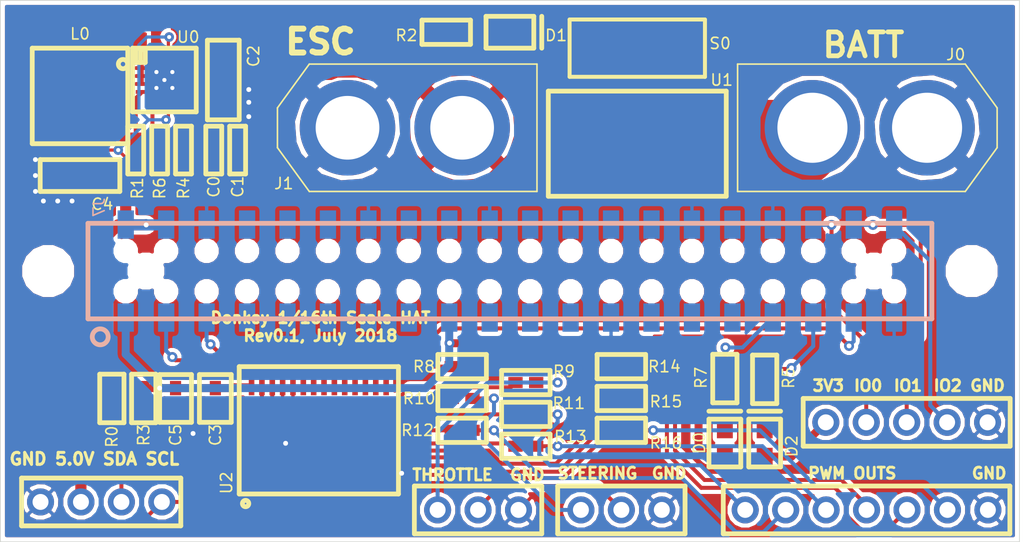
<source format=kicad_pcb>
(kicad_pcb (version 4) (host pcbnew 4.0.7-e2-6376~58~ubuntu16.04.1)
  (layers (0 F.Cu signal) (31 B.Cu signal) (34 B.Paste user hide) (35 F.Paste user hide) (36 B.SilkS user) (37 F.SilkS user) (38 B.Mask user) (39 F.Mask user) (44 Edge.Cuts user))
  (net 0 "")
  (net 1 pow-3v3_pos)
  (net 2 dio$2)
  (net 3 pi_noname684)
  (net 4 servo-connectors_pwm-drv_noname594)
  (net 5 dio$3)
  (net 6 servo-connectors_noname574)
  (net 7 dio)
  (net 8 dio$4)
  (net 9 noname764_sda)
  (net 10 servo-connectors_noname564)
  (net 11 servo-connectors_noname575)
  (net 12 dio$5)
  (net 13 servo-connectors_noname565)
  (net 14 servo-connectors_noname576)
  (net 15 conn-XT-60-pass-0-inst_conn_noname550)
  (net 16 led$2_noname732)
  (net 17 servo-connectors_noname566)
  (net 18 servo-connectors_noname577)
  (net 19 conn-XT-60-pass-0-inst_conn_noname548)
  (net 20 gnd)
  (net 21 pi_noname681)
  (net 22 pow-7v4_pos)
  (net 23 servo-connectors_noname578)
  (net 24 led_noname732)
  (net 25 conn-XT-60-pass-0-inst_conn_noname552)
  (net 26 noname764_scl)
  (net 27 pi_noname682)
  (net 28 servo-connectors_noname579)
  (net 29 pow-5v0_pos)
  (net 30 pi_noname683)
  (net 31 pwm-564)
  (net 32 pwm-565)
  (net 33 pwm-574)
  (net 34 pwm-575)
  (net 35 pwm-576)
  (net 36 pwm-577)
  (net 37 pwm-578)
  (net 38 pwm-579)
  (module raspi-3B+-pkg (layer B.Cu) (at 150 100 270)
    (fp_text reference J7 (at -4 25.8 270) (layer B.SilkS) (effects (font (size 0.705556 0.705556) (thickness 0.1)) (justify mirror)))
    (fp_text value "" (at 0 0 270) (layer B.SilkS) (effects (font (size 0.705556 0.705556) (thickness 0.1)) (justify mirror)))
    (pad "" np_thru_hole circle (at -1.27 24.13 270) (size 1.02 1.02) (drill 1.02) (layers *.Cu *.Mask))
    (pad "" np_thru_hole circle (at 1.27 24.13 270) (size 1.02 1.02) (drill 1.02) (layers *.Cu *.Mask))
    (pad "" np_thru_hole circle (at -1.27 21.59 270) (size 1.02 1.02) (drill 1.02) (layers *.Cu *.Mask))
    (pad "" np_thru_hole circle (at 1.27 21.59 270) (size 1.02 1.02) (drill 1.02) (layers *.Cu *.Mask))
    (pad "" np_thru_hole circle (at -1.27 19.05 270) (size 1.02 1.02) (drill 1.02) (layers *.Cu *.Mask))
    (pad "" np_thru_hole circle (at 1.27 19.05 270) (size 1.02 1.02) (drill 1.02) (layers *.Cu *.Mask))
    (pad "" np_thru_hole circle (at -1.27 16.51 270) (size 1.02 1.02) (drill 1.02) (layers *.Cu *.Mask))
    (pad "" np_thru_hole circle (at 1.27 16.51 270) (size 1.02 1.02) (drill 1.02) (layers *.Cu *.Mask))
    (pad "" np_thru_hole circle (at -1.27 13.97 270) (size 1.02 1.02) (drill 1.02) (layers *.Cu *.Mask))
    (pad "" np_thru_hole circle (at 1.27 13.97 270) (size 1.02 1.02) (drill 1.02) (layers *.Cu *.Mask))
    (pad "" np_thru_hole circle (at -1.27 11.43 270) (size 1.02 1.02) (drill 1.02) (layers *.Cu *.Mask))
    (pad "" np_thru_hole circle (at 1.27 11.43 270) (size 1.02 1.02) (drill 1.02) (layers *.Cu *.Mask))
    (pad "" np_thru_hole circle (at -1.27 8.89 270) (size 1.02 1.02) (drill 1.02) (layers *.Cu *.Mask))
    (pad "" np_thru_hole circle (at 1.27 8.89 270) (size 1.02 1.02) (drill 1.02) (layers *.Cu *.Mask))
    (pad "" np_thru_hole circle (at -1.27 6.35 270) (size 1.02 1.02) (drill 1.02) (layers *.Cu *.Mask))
    (pad "" np_thru_hole circle (at 1.27 6.35 270) (size 1.02 1.02) (drill 1.02) (layers *.Cu *.Mask))
    (pad "" np_thru_hole circle (at -1.27 3.81 270) (size 1.02 1.02) (drill 1.02) (layers *.Cu *.Mask))
    (pad "" np_thru_hole circle (at 1.27 3.81 270) (size 1.02 1.02) (drill 1.02) (layers *.Cu *.Mask))
    (pad "" np_thru_hole circle (at -1.27 1.27 270) (size 1.02 1.02) (drill 1.02) (layers *.Cu *.Mask))
    (pad "" np_thru_hole circle (at 1.27 1.27 270) (size 1.02 1.02) (drill 1.02) (layers *.Cu *.Mask))
    (pad "" np_thru_hole circle (at -1.27 -1.27 270) (size 1.02 1.02) (drill 1.02) (layers *.Cu *.Mask))
    (pad "" np_thru_hole circle (at 1.27 -1.27 270) (size 1.02 1.02) (drill 1.02) (layers *.Cu *.Mask))
    (pad "" np_thru_hole circle (at -1.27 -3.81 270) (size 1.02 1.02) (drill 1.02) (layers *.Cu *.Mask))
    (pad "" np_thru_hole circle (at 1.27 -3.81 270) (size 1.02 1.02) (drill 1.02) (layers *.Cu *.Mask))
    (pad "" np_thru_hole circle (at -1.27 -6.35 270) (size 1.02 1.02) (drill 1.02) (layers *.Cu *.Mask))
    (pad "" np_thru_hole circle (at 1.27 -6.35 270) (size 1.02 1.02) (drill 1.02) (layers *.Cu *.Mask))
    (pad "" np_thru_hole circle (at -1.27 -8.89 270) (size 1.02 1.02) (drill 1.02) (layers *.Cu *.Mask))
    (pad "" np_thru_hole circle (at 1.27 -8.89 270) (size 1.02 1.02) (drill 1.02) (layers *.Cu *.Mask))
    (pad "" np_thru_hole circle (at -1.27 -11.43 270) (size 1.02 1.02) (drill 1.02) (layers *.Cu *.Mask))
    (pad "" np_thru_hole circle (at 1.27 -11.43 270) (size 1.02 1.02) (drill 1.02) (layers *.Cu *.Mask))
    (pad "" np_thru_hole circle (at -1.27 -13.97 270) (size 1.02 1.02) (drill 1.02) (layers *.Cu *.Mask))
    (pad "" np_thru_hole circle (at 1.27 -13.97 270) (size 1.02 1.02) (drill 1.02) (layers *.Cu *.Mask))
    (pad "" np_thru_hole circle (at -1.27 -16.51 270) (size 1.02 1.02) (drill 1.02) (layers *.Cu *.Mask))
    (pad "" np_thru_hole circle (at 1.27 -16.51 270) (size 1.02 1.02) (drill 1.02) (layers *.Cu *.Mask))
    (pad "" np_thru_hole circle (at -1.27 -19.05 270) (size 1.02 1.02) (drill 1.02) (layers *.Cu *.Mask))
    (pad "" np_thru_hole circle (at 1.27 -19.05 270) (size 1.02 1.02) (drill 1.02) (layers *.Cu *.Mask))
    (pad "" np_thru_hole circle (at -1.27 -21.59 270) (size 1.02 1.02) (drill 1.02) (layers *.Cu *.Mask))
    (pad "" np_thru_hole circle (at 1.27 -21.59 270) (size 1.02 1.02) (drill 1.02) (layers *.Cu *.Mask))
    (pad "" np_thru_hole circle (at -1.27 -24.13 270) (size 1.02 1.02) (drill 1.02) (layers *.Cu *.Mask))
    (pad "" np_thru_hole circle (at 1.27 -24.13 270) (size 1.02 1.02) (drill 1.02) (layers *.Cu *.Mask))
    (pad 0 smd rect (at 2.92 24.127344 90) (size 1.78 1.02) (layers B.Cu B.Paste B.Mask) (net 1 pow-3v3_pos))
    (pad 1 smd rect (at -2.92 24.127156 90) (size 1.78 1.02) (layers B.Cu B.Paste B.Mask) (net 29 pow-5v0_pos))
    (pad 2 smd rect (at 2.92 21.587344 90) (size 1.78 1.02) (layers B.Cu B.Paste B.Mask) (net 9 noname764_sda))
    (pad 3 smd rect (at -2.92 21.587156 90) (size 1.78 1.02) (layers B.Cu B.Paste B.Mask) (net 29 pow-5v0_pos))
    (pad 6 smd rect (at 2.92 16.507344 90) (size 1.78 1.02) (layers B.Cu B.Paste B.Mask))
    (pad 7 smd rect (at -2.92 16.507156 90) (size 1.78 1.02) (layers B.Cu B.Paste B.Mask))
    (pad 4 smd rect (at 2.92 19.047344 90) (size 1.78 1.02) (layers B.Cu B.Paste B.Mask) (net 26 noname764_scl))
    (pad 5 smd rect (at -2.92 19.047156 90) (size 1.78 1.02) (layers B.Cu B.Paste B.Mask) (net 20 gnd))
    (pad 8 smd rect (at 2.92 13.967344 90) (size 1.78 1.02) (layers B.Cu B.Paste B.Mask) (net 20 gnd))
    (pad 10 smd rect (at 2.92 11.427344 90) (size 1.78 1.02) (layers B.Cu B.Paste B.Mask))
    (pad 12 smd rect (at 2.92 8.887344 90) (size 1.78 1.02) (layers B.Cu B.Paste B.Mask))
    (pad 14 smd rect (at 2.92 6.347344 90) (size 1.78 1.02) (layers B.Cu B.Paste B.Mask))
    (pad 15 smd rect (at -2.92 6.347156 90) (size 1.78 1.02) (layers B.Cu B.Paste B.Mask))
    (pad 13 smd rect (at -2.92 8.887156 90) (size 1.78 1.02) (layers B.Cu B.Paste B.Mask) (net 20 gnd))
    (pad 11 smd rect (at -2.92 11.427156 90) (size 1.78 1.02) (layers B.Cu B.Paste B.Mask))
    (pad 9 smd rect (at -2.92 13.967156 90) (size 1.78 1.02) (layers B.Cu B.Paste B.Mask))
    (pad 24 smd rect (at 2.92 -6.352656 90) (size 1.78 1.02) (layers B.Cu B.Paste B.Mask) (net 20 gnd))
    (pad 26 smd rect (at 2.92 -8.892656 90) (size 1.78 1.02) (layers B.Cu B.Paste B.Mask))
    (pad 28 smd rect (at 2.92 -11.432656 90) (size 1.78 1.02) (layers B.Cu B.Paste B.Mask))
    (pad 30 smd rect (at 2.92 -13.972656 90) (size 1.78 1.02) (layers B.Cu B.Paste B.Mask))
    (pad 31 smd rect (at -2.92 -13.972844 90) (size 1.78 1.02) (layers B.Cu B.Paste B.Mask))
    (pad 29 smd rect (at -2.92 -11.432844 90) (size 1.78 1.02) (layers B.Cu B.Paste B.Mask) (net 20 gnd))
    (pad 27 smd rect (at -2.92 -8.892844 90) (size 1.78 1.02) (layers B.Cu B.Paste B.Mask))
    (pad 25 smd rect (at -2.92 -6.352844 90) (size 1.78 1.02) (layers B.Cu B.Paste B.Mask))
    (pad 22 smd rect (at 2.92 -3.812656 90) (size 1.78 1.02) (layers B.Cu B.Paste B.Mask))
    (pad 20 smd rect (at 2.92 -1.272656 90) (size 1.78 1.02) (layers B.Cu B.Paste B.Mask))
    (pad 18 smd rect (at 2.92 1.267344 90) (size 1.78 1.02) (layers B.Cu B.Paste B.Mask))
    (pad 16 smd rect (at 2.92 3.807344 90) (size 1.78 1.02) (layers B.Cu B.Paste B.Mask) (net 1 pow-3v3_pos))
    (pad 17 smd rect (at -2.92 3.807156 90) (size 1.78 1.02) (layers B.Cu B.Paste B.Mask))
    (pad 19 smd rect (at -2.92 1.267156 90) (size 1.78 1.02) (layers B.Cu B.Paste B.Mask) (net 20 gnd))
    (pad 21 smd rect (at -2.92 -1.272844 90) (size 1.78 1.02) (layers B.Cu B.Paste B.Mask))
    (pad 23 smd rect (at -2.92 -3.812844 90) (size 1.78 1.02) (layers B.Cu B.Paste B.Mask))
    (pad 36 smd rect (at 2.92 -21.592656 90) (size 1.78 1.02) (layers B.Cu B.Paste B.Mask) (net 4 servo-connectors_pwm-drv_noname594))
    (pad 34 smd rect (at 2.92 -19.052656 90) (size 1.78 1.02) (layers B.Cu B.Paste B.Mask) (net 2 dio$2))
    (pad 32 smd rect (at 2.92 -16.512656 90) (size 1.78 1.02) (layers B.Cu B.Paste B.Mask) (net 7 dio))
    (pad 38 smd rect (at 2.92 -24.132656 90) (size 1.78 1.02) (layers B.Cu B.Paste B.Mask) (net 20 gnd))
    (pad 37 smd rect (at -2.92 -21.592844 90) (size 1.78 1.02) (layers B.Cu B.Paste B.Mask) (net 12 dio$5))
    (pad 33 smd rect (at -2.92 -16.512844 90) (size 1.78 1.02) (layers B.Cu B.Paste B.Mask) (net 20 gnd))
    (pad 39 smd rect (at -2.92 -24.132844 90) (size 1.78 1.02) (layers B.Cu B.Paste B.Mask) (net 8 dio$4))
    (pad 35 smd rect (at -2.92 -19.052844 90) (size 1.78 1.02) (layers B.Cu B.Paste B.Mask) (net 5 dio$3))
    (pad "" np_thru_hole circle (at 0 -22.86 270) (size 1.8 1.8) (drill 1.8) (layers *.Cu *.Mask))
    (pad "" np_thru_hole circle (at 0 22.86 270) (size 1.8 1.8) (drill 1.8) (layers *.Cu *.Mask))
    (pad "" np_thru_hole circle (at 0 29 270) (size 2.75 2.75) (drill 2.75) (layers *.Cu *.Mask))
    (pad "" np_thru_hole circle (at 0 -29 270) (size 2.75 2.75) (drill 2.75) (layers *.Cu *.Mask))
  )
  (module XT-60-female-pkg (layer F.Cu) (at 139.8 91)
    (fp_text reference J1 (at -4 3.5) (layer F.SilkS) (effects (font (size 0.705556 0.705556) (thickness 0.1))))
    (fp_text value "" (at 0 0) (layer F.SilkS) (effects (font (size 0.705556 0.705556) (thickness 0.1))))
    (fp_text user ESC (at -1.7 -5.4) (layer F.SilkS) (effects (font (size 1.5 1.5) (thickness 0.375))))
    (pad 0 thru_hole circle (at 0 0) (size 6 6) (drill 4) (layers *.Cu *.Mask) (net 20 gnd))
    (pad 1 thru_hole circle (at 7.2 0) (size 6 6) (drill 4) (layers *.Cu *.Mask) (net 22 pow-7v4_pos))
  )
  (module pin-header-pkg$4 (layer F.Cu) (at 124.33 114.5 90)
    (fp_text reference "" (at 0 0 90) (layer F.SilkS) (effects (font (size 0.705556 0.705556) (thickness 0.1))))
    (fp_text value "" (at 0 0 90) (layer F.SilkS) (effects (font (size 0.705556 0.705556) (thickness 0.1))))
    (pad 0 thru_hole circle (at 0 -3.81 90) (size 1.7 1.7) (drill 1) (layers *.Cu *.Mask) (net 20 gnd))
    (pad 1 thru_hole circle (at 0 -1.27 90) (size 1.7 1.7) (drill 1) (layers *.Cu *.Mask) (net 29 pow-5v0_pos))
    (pad 2 thru_hole circle (at 0 1.27 90) (size 1.7 1.7) (drill 1) (layers *.Cu *.Mask) (net 9 noname764_sda))
    (pad 3 thru_hole circle (at 0 3.81 90) (size 1.7 1.7) (drill 1) (layers *.Cu *.Mask) (net 26 noname764_scl))
  )
  (module CAPC1005X55 (layer F.Cu) (at 132.9 92.4 270)
    (fp_text reference C1 (at 2.3 0 270) (layer F.SilkS) (effects (font (size 0.705556 0.705556) (thickness 0.1))))
    (fp_text value "" (at 0 0 270) (layer F.SilkS) (effects (font (size 0.705556 0.705556) (thickness 0.1))))
    (pad 0 smd rect (at -0.65 0 270) (size 0.9 0.7) (layers F.Cu F.Paste F.Mask) (net 22 pow-7v4_pos))
    (pad 1 smd rect (at 0.65 0 270) (size 0.9 0.7) (layers F.Cu F.Paste F.Mask) (net 20 gnd))
  )
  (module CAPC1005X55 (layer F.Cu) (at 131.4 92.4 270)
    (fp_text reference C0 (at 2.3 0 270) (layer F.SilkS) (effects (font (size 0.705556 0.705556) (thickness 0.1))))
    (fp_text value "" (at 0 0 270) (layer F.SilkS) (effects (font (size 0.705556 0.705556) (thickness 0.1))))
    (pad 0 smd rect (at -0.65 0 270) (size 0.9 0.7) (layers F.Cu F.Paste F.Mask) (net 21 pi_noname681))
    (pad 1 smd rect (at 0.65 0 270) (size 0.9 0.7) (layers F.Cu F.Paste F.Mask) (net 20 gnd))
  )
  (module RESC1005X35 (layer F.Cu) (at 129.5 92.4 270)
    (fp_text reference R4 (at 2.4 0 270) (layer F.SilkS) (effects (font (size 0.705556 0.705556) (thickness 0.1))))
    (fp_text value "" (at 0 0 270) (layer F.SilkS) (effects (font (size 0.705556 0.705556) (thickness 0.1))))
    (pad 0 smd rect (at -0.65 0 270) (size 0.9 0.7) (layers F.Cu F.Paste F.Mask) (net 3 pi_noname684))
    (pad 1 smd rect (at 0.65 0 270) (size 0.9 0.7) (layers F.Cu F.Paste F.Mask) (net 20 gnd))
  )
  (module RESC1005X35 (layer F.Cu) (at 128 92.4 90)
    (fp_text reference R6 (at -2.4 0 90) (layer F.SilkS) (effects (font (size 0.705556 0.705556) (thickness 0.1))))
    (fp_text value "" (at 0 0 90) (layer F.SilkS) (effects (font (size 0.705556 0.705556) (thickness 0.1))))
    (pad 0 smd rect (at -0.65 0 90) (size 0.9 0.7) (layers F.Cu F.Paste F.Mask) (net 29 pow-5v0_pos))
    (pad 1 smd rect (at 0.65 0 90) (size 0.9 0.7) (layers F.Cu F.Paste F.Mask) (net 3 pi_noname684))
  )
  (module RESC1005X35 (layer F.Cu) (at 126.5 92.4 90)
    (fp_text reference R1 (at -2.4 0.1 90) (layer F.SilkS) (effects (font (size 0.705556 0.705556) (thickness 0.1))))
    (fp_text value "" (at 0 0 90) (layer F.SilkS) (effects (font (size 0.705556 0.705556) (thickness 0.1))))
    (pad 0 smd rect (at -0.65 0 90) (size 0.9 0.7) (layers F.Cu F.Paste F.Mask) (net 29 pow-5v0_pos))
    (pad 1 smd rect (at 0.65 0 90) (size 0.9 0.7) (layers F.Cu F.Paste F.Mask) (net 30 pi_noname683))
  )
  (module pin-header-pkg$3 (layer F.Cu) (at 174.92 109.5 270)
    (fp_text reference "" (at 0 0 270) (layer F.SilkS) (effects (font (size 0.705556 0.705556) (thickness 0.1))))
    (fp_text value "" (at 0 0 270) (layer F.SilkS) (effects (font (size 0.705556 0.705556) (thickness 0.1))))
    (pad 0 thru_hole circle (at 0 -5.08 270) (size 1.7 1.7) (drill 1) (layers *.Cu *.Mask) (net 20 gnd))
    (pad 1 thru_hole circle (at 0 -2.54 270) (size 1.7 1.7) (drill 1) (layers *.Cu *.Mask) (net 8 dio$4))
    (pad 2 thru_hole circle (at 0 0 270) (size 1.7 1.7) (drill 1) (layers *.Cu *.Mask) (net 12 dio$5))
    (pad 3 thru_hole circle (at 0 2.54 270) (size 1.7 1.7) (drill 1) (layers *.Cu *.Mask) (net 5 dio$3))
    (pad 4 thru_hole circle (at 0 5.08 270) (size 1.7 1.7) (drill 1) (layers *.Cu *.Mask) (net 1 pow-3v3_pos))
  )
  (module pin-header-pkg$2 (layer F.Cu) (at 172.4 115 90)
    (fp_text reference "" (at 0 0 90) (layer F.SilkS) (effects (font (size 0.705556 0.705556) (thickness 0.1))))
    (fp_text value "" (at 0 0 90) (layer F.SilkS) (effects (font (size 0.705556 0.705556) (thickness 0.1))))
    (pad 0 thru_hole circle (at 0 -7.62 90) (size 1.7 1.7) (drill 1) (layers *.Cu *.Mask) (net 33 pwm-574))
    (pad 1 thru_hole circle (at 0 -5.08 90) (size 1.7 1.7) (drill 1) (layers *.Cu *.Mask) (net 34 pwm-575))
    (pad 2 thru_hole circle (at 0 -2.54 90) (size 1.7 1.7) (drill 1) (layers *.Cu *.Mask) (net 35 pwm-576))
    (pad 3 thru_hole circle (at 0 0 90) (size 1.7 1.7) (drill 1) (layers *.Cu *.Mask) (net 36 pwm-577))
    (pad 4 thru_hole circle (at 0 2.54 90) (size 1.7 1.7) (drill 1) (layers *.Cu *.Mask) (net 37 pwm-578))
    (pad 5 thru_hole circle (at 0 5.08 90) (size 1.7 1.7) (drill 1) (layers *.Cu *.Mask) (net 38 pwm-579))
    (pad 6 thru_hole circle (at 0 7.62 90) (size 1.7 1.7) (drill 1) (layers *.Cu *.Mask) (net 20 gnd))
  )
  (module pin-header-pkg (layer F.Cu) (at 157 115 90)
    (fp_text reference "" (at 0 0 90) (layer F.SilkS) (effects (font (size 0.705556 0.705556) (thickness 0.1))))
    (fp_text value "" (at 0 0 90) (layer F.SilkS) (effects (font (size 0.705556 0.705556) (thickness 0.1))))
    (fp_text user STEERING (at 2.3 -1.5 180) (layer F.SilkS) (effects (font (size 0.705556 0.705556) (thickness 0.176389))))
    (pad 0 thru_hole circle (at 0 -2.54 90) (size 1.7 1.7) (drill 1) (layers *.Cu *.Mask) (net 32 pwm-565))
    (pad 1 thru_hole circle (at 0 0 90) (size 1.7 1.7) (drill 1) (layers *.Cu *.Mask) (net 17 servo-connectors_noname566))
    (pad 2 thru_hole circle (at 0 2.54 90) (size 1.7 1.7) (drill 1) (layers *.Cu *.Mask) (net 20 gnd))
  )
  (module pin-header-pkg (layer F.Cu) (at 148 115 90)
    (fp_text reference "" (at 0 0 90) (layer F.SilkS) (effects (font (size 0.705556 0.705556) (thickness 0.1))))
    (fp_text value "" (at 0 0 90) (layer F.SilkS) (effects (font (size 0.705556 0.705556) (thickness 0.1))))
    (fp_text user THROTTLE (at 2.2 -1.6 180) (layer F.SilkS) (effects (font (size 0.705556 0.705556) (thickness 0.176389))))
    (pad 0 thru_hole circle (at 0 -2.54 90) (size 1.7 1.7) (drill 1) (layers *.Cu *.Mask) (net 31 pwm-564))
    (pad 1 thru_hole circle (at 0 0 90) (size 1.7 1.7) (drill 1) (layers *.Cu *.Mask) (net 17 servo-connectors_noname566))
    (pad 2 thru_hole circle (at 0 2.54 90) (size 1.7 1.7) (drill 1) (layers *.Cu *.Mask) (net 20 gnd))
  )
  (module INDM560520X300 (layer F.Cu) (at 123 89 270)
    (fp_text reference L0 (at -3.9 0 360) (layer F.SilkS) (effects (font (size 0.705556 0.705556) (thickness 0.1))))
    (fp_text value "" (at 0 0 270) (layer F.SilkS) (effects (font (size 0.705556 0.705556) (thickness 0.1))))
    (pad 0 smd rect (at -2.0475 0 270) (size 1.895 2.5) (layers F.Cu F.Paste F.Mask) (net 27 pi_noname682))
    (pad 1 smd rect (at 2.0475 0 270) (size 1.895 2.5) (layers F.Cu F.Paste F.Mask) (net 29 pow-5v0_pos))
  )
  (module SOP65P640X110-28N (layer F.Cu) (at 138 110 90)
    (fp_text reference U2 (at -3.3 -5.8 90) (layer F.SilkS) (effects (font (size 0.705556 0.705556) (thickness 0.1))))
    (fp_text value "" (at 0 0 90) (layer F.SilkS) (effects (font (size 0.705556 0.705556) (thickness 0.1))))
    (pad 0 smd rect (at -2.7 -4.225) (size 0.35 1) (layers F.Cu F.Paste F.Mask) (net 20 gnd))
    (pad 1 smd rect (at -2.7 -3.575) (size 0.35 1) (layers F.Cu F.Paste F.Mask) (net 20 gnd))
    (pad 2 smd rect (at -2.7 -2.925) (size 0.35 1) (layers F.Cu F.Paste F.Mask) (net 20 gnd))
    (pad 3 smd rect (at -2.7 -2.275) (size 0.35 1) (layers F.Cu F.Paste F.Mask) (net 20 gnd))
    (pad 4 smd rect (at -2.7 -1.625) (size 0.35 1) (layers F.Cu F.Paste F.Mask) (net 20 gnd))
    (pad 5 smd rect (at -2.7 -0.975) (size 0.35 1) (layers F.Cu F.Paste F.Mask) (net 10 servo-connectors_noname564))
    (pad 6 smd rect (at -2.7 -0.325) (size 0.35 1) (layers F.Cu F.Paste F.Mask) (net 13 servo-connectors_noname565))
    (pad 7 smd rect (at -2.7 0.325) (size 0.35 1) (layers F.Cu F.Paste F.Mask) (net 6 servo-connectors_noname574))
    (pad 8 smd rect (at -2.7 0.975) (size 0.35 1) (layers F.Cu F.Paste F.Mask) (net 11 servo-connectors_noname575))
    (pad 9 smd rect (at -2.7 1.625) (size 0.35 1) (layers F.Cu F.Paste F.Mask) (net 14 servo-connectors_noname576))
    (pad 10 smd rect (at -2.7 2.275) (size 0.35 1) (layers F.Cu F.Paste F.Mask) (net 18 servo-connectors_noname577))
    (pad 11 smd rect (at -2.7 2.925) (size 0.35 1) (layers F.Cu F.Paste F.Mask) (net 23 servo-connectors_noname578))
    (pad 12 smd rect (at -2.7 3.575) (size 0.35 1) (layers F.Cu F.Paste F.Mask) (net 28 servo-connectors_noname579))
    (pad 13 smd rect (at -2.7 4.225) (size 0.35 1) (layers F.Cu F.Paste F.Mask) (net 20 gnd))
    (pad 14 smd rect (at 2.7 4.225 180) (size 0.35 1) (layers F.Cu F.Paste F.Mask))
    (pad 15 smd rect (at 2.7 3.575 180) (size 0.35 1) (layers F.Cu F.Paste F.Mask))
    (pad 16 smd rect (at 2.7 2.925 180) (size 0.35 1) (layers F.Cu F.Paste F.Mask))
    (pad 17 smd rect (at 2.7 2.275 180) (size 0.35 1) (layers F.Cu F.Paste F.Mask))
    (pad 18 smd rect (at 2.7 1.625 180) (size 0.35 1) (layers F.Cu F.Paste F.Mask))
    (pad 19 smd rect (at 2.7 0.975 180) (size 0.35 1) (layers F.Cu F.Paste F.Mask))
    (pad 20 smd rect (at 2.7 0.325 180) (size 0.35 1) (layers F.Cu F.Paste F.Mask))
    (pad 21 smd rect (at 2.7 -0.325 180) (size 0.35 1) (layers F.Cu F.Paste F.Mask))
    (pad 22 smd rect (at 2.7 -0.975 180) (size 0.35 1) (layers F.Cu F.Paste F.Mask) (net 4 servo-connectors_pwm-drv_noname594))
    (pad 23 smd rect (at 2.7 -1.625 180) (size 0.35 1) (layers F.Cu F.Paste F.Mask) (net 20 gnd))
    (pad 24 smd rect (at 2.7 -2.275 180) (size 0.35 1) (layers F.Cu F.Paste F.Mask) (net 20 gnd))
    (pad 25 smd rect (at 2.7 -2.925 180) (size 0.35 1) (layers F.Cu F.Paste F.Mask) (net 26 noname764_scl))
    (pad 26 smd rect (at 2.7 -3.575 180) (size 0.35 1) (layers F.Cu F.Paste F.Mask) (net 9 noname764_sda))
    (pad 27 smd rect (at 2.7 -4.225 180) (size 0.35 1) (layers F.Cu F.Paste F.Mask) (net 1 pow-3v3_pos))
  )
  (module CAPC1005X55 (layer F.Cu) (at 131.5 108 90)
    (fp_text reference C3 (at -2.3 0 90) (layer F.SilkS) (effects (font (size 0.705556 0.705556) (thickness 0.1))))
    (fp_text value "" (at 0 0 90) (layer F.SilkS) (effects (font (size 0.705556 0.705556) (thickness 0.1))))
    (pad 0 smd rect (at -0.65 0 90) (size 0.9 0.7) (layers F.Cu F.Paste F.Mask) (net 20 gnd))
    (pad 1 smd rect (at 0.65 0 90) (size 0.9 0.7) (layers F.Cu F.Paste F.Mask) (net 1 pow-3v3_pos))
  )
  (module CAPC1005X55 (layer F.Cu) (at 129 108 90)
    (fp_text reference C5 (at -2.3 0 90) (layer F.SilkS) (effects (font (size 0.705556 0.705556) (thickness 0.1))))
    (fp_text value "" (at 0 0 90) (layer F.SilkS) (effects (font (size 0.705556 0.705556) (thickness 0.1))))
    (pad 0 smd rect (at -0.65 0 90) (size 0.9 0.7) (layers F.Cu F.Paste F.Mask) (net 20 gnd))
    (pad 1 smd rect (at 0.65 0 90) (size 0.9 0.7) (layers F.Cu F.Paste F.Mask) (net 1 pow-3v3_pos))
  )
  (module RESC1005X35 (layer F.Cu) (at 163.5 106.75 270)
    (fp_text reference R7 (at -0.05 1.5 270) (layer F.SilkS) (effects (font (size 0.705556 0.705556) (thickness 0.1))))
    (fp_text value "" (at 0 0 270) (layer F.SilkS) (effects (font (size 0.705556 0.705556) (thickness 0.1))))
    (pad 0 smd rect (at -0.65 0 270) (size 0.9 0.7) (layers F.Cu F.Paste F.Mask) (net 7 dio))
    (pad 1 smd rect (at 0.65 0 270) (size 0.9 0.7) (layers F.Cu F.Paste F.Mask) (net 24 led_noname732))
  )
  (module CAPC3216X160 (layer F.Cu) (at 132 88 270)
    (fp_text reference C2 (at -1.5 -1.9 270) (layer F.SilkS) (effects (font (size 0.705556 0.705556) (thickness 0.1))))
    (fp_text value "" (at 0 0 270) (layer F.SilkS) (effects (font (size 0.705556 0.705556) (thickness 0.1))))
    (pad 0 smd rect (at -1.4 0 270) (size 1.6 1.8) (layers F.Cu F.Paste F.Mask) (net 22 pow-7v4_pos))
    (pad 1 smd rect (at 1.4 0 270) (size 1.6 1.8) (layers F.Cu F.Paste F.Mask) (net 20 gnd))
  )
  (module QFN50P300X300X100-16 (layer F.Cu) (at 128.3 88)
    (fp_text reference U0 (at 1.5 -2.7) (layer F.SilkS) (effects (font (size 0.705556 0.705556) (thickness 0.1))))
    (fp_text value "" (at 0 0) (layer F.SilkS) (effects (font (size 0.705556 0.705556) (thickness 0.1))))
    (pad 0 smd rect (at -1.4 -0.75 270) (size 0.24 0.8) (layers F.Cu F.Paste F.Mask) (net 27 pi_noname682))
    (pad 1 smd rect (at -1.4 -0.25 270) (size 0.24 0.8) (layers F.Cu F.Paste F.Mask) (net 27 pi_noname682))
    (pad 2 smd rect (at -1.4 0.25 270) (size 0.24 0.8) (layers F.Cu F.Paste F.Mask) (net 27 pi_noname682))
    (pad 3 smd rect (at -1.4 0.75 270) (size 0.24 0.8) (layers F.Cu F.Paste F.Mask) (net 30 pi_noname683))
    (pad 4 smd rect (at -0.75 1.4) (size 0.24 0.8) (layers F.Cu F.Paste F.Mask) (net 3 pi_noname684))
    (pad 5 smd rect (at -0.25 1.4) (size 0.24 0.8) (layers F.Cu F.Paste F.Mask) (net 20 gnd))
    (pad 6 smd rect (at 0.25 1.4) (size 0.24 0.8) (layers F.Cu F.Paste F.Mask) (net 29 pow-5v0_pos))
    (pad 7 smd rect (at 0.75 1.4) (size 0.24 0.8) (layers F.Cu F.Paste F.Mask) (net 20 gnd))
    (pad 8 smd rect (at 1.4 0.75 90) (size 0.24 0.8) (layers F.Cu F.Paste F.Mask) (net 21 pi_noname681))
    (pad 9 smd rect (at 1.4 0.25 90) (size 0.24 0.8) (layers F.Cu F.Paste F.Mask) (net 22 pow-7v4_pos))
    (pad 10 smd rect (at 1.4 -0.25 90) (size 0.24 0.8) (layers F.Cu F.Paste F.Mask) (net 22 pow-7v4_pos))
    (pad 11 smd rect (at 1.4 -0.75 90) (size 0.24 0.8) (layers F.Cu F.Paste F.Mask) (net 22 pow-7v4_pos))
    (pad 12 smd rect (at 0.75 -1.4 180) (size 0.24 0.8) (layers F.Cu F.Paste F.Mask) (net 22 pow-7v4_pos))
    (pad 13 smd rect (at 0.25 -1.4 180) (size 0.24 0.8) (layers F.Cu F.Paste F.Mask) (net 29 pow-5v0_pos))
    (pad 14 smd rect (at -0.25 -1.4 180) (size 0.24 0.8) (layers F.Cu F.Paste F.Mask) (net 20 gnd))
    (pad 15 smd rect (at -0.75 -1.4 180) (size 0.24 0.8) (layers F.Cu F.Paste F.Mask) (net 20 gnd))
    (pad 16 smd rect (at 0 0) (size 1.68 1.68) (layers F.Cu F.Paste F.Mask) (net 20 gnd))
  )
  (module CAPC3216X160 (layer F.Cu) (at 123 94 180)
    (fp_text reference C4 (at -1.4 -1.8 180) (layer F.SilkS) (effects (font (size 0.705556 0.705556) (thickness 0.1))))
    (fp_text value "" (at 0 0 180) (layer F.SilkS) (effects (font (size 0.705556 0.705556) (thickness 0.1))))
    (pad 0 smd rect (at -1.4 0 180) (size 1.6 1.8) (layers F.Cu F.Paste F.Mask) (net 29 pow-5v0_pos))
    (pad 1 smd rect (at 1.4 0 180) (size 1.6 1.8) (layers F.Cu F.Paste F.Mask) (net 20 gnd))
  )
  (module LEDSC16080X80 (layer F.Cu) (at 150 85)
    (fp_text reference D1 (at 2.9 0.2) (layer F.SilkS) (effects (font (size 0.705556 0.705556) (thickness 0.1))))
    (fp_text value "" (at 0 0) (layer F.SilkS) (effects (font (size 0.705556 0.705556) (thickness 0.1))))
    (pad 0 smd rect (at -0.85 0) (size 1.1 1) (layers F.Cu F.Paste F.Mask) (net 15 conn-XT-60-pass-0-inst_conn_noname550))
    (pad 1 smd rect (at 0.85 0) (size 1.1 1) (layers F.Cu F.Paste F.Mask) (net 20 gnd))
  )
  (module LEDSC16080X80 (layer F.Cu) (at 163.5 110.8 90)
    (fp_text reference D0 (at 0 -1.6 90) (layer F.SilkS) (effects (font (size 0.705556 0.705556) (thickness 0.1))))
    (fp_text value "" (at 0 0 90) (layer F.SilkS) (effects (font (size 0.705556 0.705556) (thickness 0.1))))
    (pad 0 smd rect (at -0.85 0 90) (size 1.1 1) (layers F.Cu F.Paste F.Mask) (net 1 pow-3v3_pos))
    (pad 1 smd rect (at 0.85 0 90) (size 1.1 1) (layers F.Cu F.Paste F.Mask) (net 24 led_noname732))
  )
  (module LEDSC16080X80 (layer F.Cu) (at 166 110.8 90)
    (fp_text reference D2 (at -0.2 1.7 90) (layer F.SilkS) (effects (font (size 0.705556 0.705556) (thickness 0.1))))
    (fp_text value "" (at 0 0 90) (layer F.SilkS) (effects (font (size 0.705556 0.705556) (thickness 0.1))))
    (pad 0 smd rect (at -0.85 0 90) (size 1.1 1) (layers F.Cu F.Paste F.Mask) (net 1 pow-3v3_pos))
    (pad 1 smd rect (at 0.85 0 90) (size 1.1 1) (layers F.Cu F.Paste F.Mask) (net 16 led$2_noname732))
  )
  (module RESC1005X35 (layer F.Cu) (at 146 85)
    (fp_text reference R2 (at -2.5 0.2) (layer F.SilkS) (effects (font (size 0.705556 0.705556) (thickness 0.1))))
    (fp_text value "" (at 0 0) (layer F.SilkS) (effects (font (size 0.705556 0.705556) (thickness 0.1))))
    (pad 0 smd rect (at -0.65 0) (size 0.9 0.7) (layers F.Cu F.Paste F.Mask) (net 22 pow-7v4_pos))
    (pad 1 smd rect (at 0.65 0) (size 0.9 0.7) (layers F.Cu F.Paste F.Mask) (net 15 conn-XT-60-pass-0-inst_conn_noname550))
  )
  (module d-pak-5-pkg (layer F.Cu) (at 158 92 270)
    (fp_text reference U1 (at -4 -5.3 360) (layer F.SilkS) (effects (font (size 0.705556 0.705556) (thickness 0.1))))
    (fp_text value "" (at 0 0 270) (layer F.SilkS) (effects (font (size 0.705556 0.705556) (thickness 0.1))))
    (pad 0 smd rect (at -2.28 4.2 270) (size 0.8 2.2) (layers F.Cu F.Paste F.Mask) (net 22 pow-7v4_pos))
    (pad 1 smd rect (at -1.14 4.2 270) (size 0.8 2.2) (layers F.Cu F.Paste F.Mask) (net 19 conn-XT-60-pass-0-inst_conn_noname548))
    (pad 2 smd rect (at 0 -2.1 270) (size 5.8 6.4) (layers F.Cu F.Paste F.Mask) (net 25 conn-XT-60-pass-0-inst_conn_noname552))
    (pad 3 smd rect (at 1.14 4.2 270) (size 0.8 2.2) (layers F.Cu F.Paste F.Mask))
    (pad 4 smd rect (at 2.28 4.2 270) (size 0.8 2.2) (layers F.Cu F.Paste F.Mask) (net 22 pow-7v4_pos))
  )
  (module SW-JS102011JCQN-pkg (layer F.Cu) (at 158 86)
    (fp_text reference S0 (at 5.2 -0.3) (layer F.SilkS) (effects (font (size 0.705556 0.705556) (thickness 0.1))))
    (fp_text value "" (at 0 0) (layer F.SilkS) (effects (font (size 0.705556 0.705556) (thickness 0.1))))
    (pad 0 smd rect (at -2.5 1.2) (size 1 1.6) (layers F.Cu F.Paste F.Mask) (net 19 conn-XT-60-pass-0-inst_conn_noname548))
    (pad 1 smd rect (at 0 -1.2) (size 1 1.6) (layers F.Cu F.Paste F.Mask) (net 20 gnd))
    (pad 2 smd rect (at 2.5 1.2) (size 1 1.6) (layers F.Cu F.Paste F.Mask))
  )
  (module XT-60-male-pkg (layer F.Cu) (at 176.2 91 180)
    (fp_text reference J0 (at -1.8 4.6 180) (layer F.SilkS) (effects (font (size 0.705556 0.705556) (thickness 0.1))))
    (fp_text value "" (at 0 0 180) (layer F.SilkS) (effects (font (size 0.705556 0.705556) (thickness 0.1))))
    (fp_text user BATT (at 4 5.2 180) (layer F.SilkS) (effects (font (size 1.5 1.5) (thickness 0.3))))
    (pad 0 thru_hole circle (at 0 0 180) (size 6 6) (drill 4.4) (layers *.Cu *.Mask) (net 20 gnd))
    (pad 1 thru_hole circle (at 7.2 0 180) (size 6 6) (drill 4.4) (layers *.Cu *.Mask) (net 25 conn-XT-60-pass-0-inst_conn_noname552))
  )
  (module RESC1005X35 (layer F.Cu) (at 125 108 90)
    (fp_text reference R0 (at -2.4 0 90) (layer F.SilkS) (effects (font (size 0.705556 0.705556) (thickness 0.1))))
    (fp_text value "" (at 0 0 90) (layer F.SilkS) (effects (font (size 0.705556 0.705556) (thickness 0.1))))
    (pad 0 smd rect (at -0.65 0 90) (size 0.9 0.7) (layers F.Cu F.Paste F.Mask) (net 26 noname764_scl))
    (pad 1 smd rect (at 0.65 0 90) (size 0.9 0.7) (layers F.Cu F.Paste F.Mask) (net 1 pow-3v3_pos))
  )
  (module RESC1005X35 (layer F.Cu) (at 127 108 90)
    (fp_text reference R3 (at -2.3 0 90) (layer F.SilkS) (effects (font (size 0.705556 0.705556) (thickness 0.1))))
    (fp_text value "" (at 0 0 90) (layer F.SilkS) (effects (font (size 0.705556 0.705556) (thickness 0.1))))
    (pad 0 smd rect (at -0.65 0 90) (size 0.9 0.7) (layers F.Cu F.Paste F.Mask) (net 9 noname764_sda))
    (pad 1 smd rect (at 0.65 0 90) (size 0.9 0.7) (layers F.Cu F.Paste F.Mask) (net 1 pow-3v3_pos))
  )
  (module RESC1005X35 (layer F.Cu) (at 166 106.8 270)
    (fp_text reference R5 (at -0.1 -1.5 270) (layer F.SilkS) (effects (font (size 0.705556 0.705556) (thickness 0.1))))
    (fp_text value "" (at 0 0 270) (layer F.SilkS) (effects (font (size 0.705556 0.705556) (thickness 0.1))))
    (pad 0 smd rect (at -0.65 0 270) (size 0.9 0.7) (layers F.Cu F.Paste F.Mask) (net 2 dio$2))
    (pad 1 smd rect (at 0.65 0 270) (size 0.9 0.7) (layers F.Cu F.Paste F.Mask) (net 16 led$2_noname732))
  )
  (module RESC1005X35 (layer F.Cu) (at 151 107)
    (fp_text reference R9 (at 2.4 -0.7) (layer F.SilkS) (effects (font (size 0.705556 0.705556) (thickness 0.1))))
    (fp_text value "" (at 0 0) (layer F.SilkS) (effects (font (size 0.705556 0.705556) (thickness 0.1))))
    (pad 0 smd rect (at -0.65 0) (size 0.9 0.7) (layers F.Cu F.Paste F.Mask) (net 10 servo-connectors_noname564))
    (pad 1 smd rect (at 0.65 0) (size 0.9 0.7) (layers F.Cu F.Paste F.Mask) (net 31 pwm-564))
  )
  (module RESC1005X35 (layer F.Cu) (at 147 108)
    (fp_text reference R10 (at -2.7 0) (layer F.SilkS) (effects (font (size 0.705556 0.705556) (thickness 0.1))))
    (fp_text value "" (at 0 0) (layer F.SilkS) (effects (font (size 0.705556 0.705556) (thickness 0.1))))
    (pad 0 smd rect (at -0.65 0) (size 0.9 0.7) (layers F.Cu F.Paste F.Mask) (net 13 servo-connectors_noname565))
    (pad 1 smd rect (at 0.65 0) (size 0.9 0.7) (layers F.Cu F.Paste F.Mask) (net 32 pwm-565))
  )
  (module RESC1005X35 (layer F.Cu) (at 151 109)
    (fp_text reference R11 (at 2.7 -0.7) (layer F.SilkS) (effects (font (size 0.705556 0.705556) (thickness 0.1))))
    (fp_text value "" (at 0 0) (layer F.SilkS) (effects (font (size 0.705556 0.705556) (thickness 0.1))))
    (pad 0 smd rect (at -0.65 0) (size 0.9 0.7) (layers F.Cu F.Paste F.Mask) (net 6 servo-connectors_noname574))
    (pad 1 smd rect (at 0.65 0) (size 0.9 0.7) (layers F.Cu F.Paste F.Mask) (net 33 pwm-574))
  )
  (module RESC1005X35 (layer F.Cu) (at 147 110)
    (fp_text reference R12 (at -2.8 0) (layer F.SilkS) (effects (font (size 0.705556 0.705556) (thickness 0.1))))
    (fp_text value "" (at 0 0) (layer F.SilkS) (effects (font (size 0.705556 0.705556) (thickness 0.1))))
    (pad 0 smd rect (at -0.65 0) (size 0.9 0.7) (layers F.Cu F.Paste F.Mask) (net 11 servo-connectors_noname575))
    (pad 1 smd rect (at 0.65 0) (size 0.9 0.7) (layers F.Cu F.Paste F.Mask) (net 34 pwm-575))
  )
  (module RESC1005X35 (layer F.Cu) (at 151 111)
    (fp_text reference R13 (at 2.8 -0.6) (layer F.SilkS) (effects (font (size 0.705556 0.705556) (thickness 0.1))))
    (fp_text value "" (at 0 0) (layer F.SilkS) (effects (font (size 0.705556 0.705556) (thickness 0.1))))
    (pad 0 smd rect (at -0.65 0) (size 0.9 0.7) (layers F.Cu F.Paste F.Mask) (net 14 servo-connectors_noname576))
    (pad 1 smd rect (at 0.65 0) (size 0.9 0.7) (layers F.Cu F.Paste F.Mask) (net 35 pwm-576))
  )
  (module RESC1005X35 (layer F.Cu) (at 157 106)
    (fp_text reference R14 (at 2.7 0) (layer F.SilkS) (effects (font (size 0.705556 0.705556) (thickness 0.1))))
    (fp_text value "" (at 0 0) (layer F.SilkS) (effects (font (size 0.705556 0.705556) (thickness 0.1))))
    (pad 0 smd rect (at -0.65 0) (size 0.9 0.7) (layers F.Cu F.Paste F.Mask) (net 18 servo-connectors_noname577))
    (pad 1 smd rect (at 0.65 0) (size 0.9 0.7) (layers F.Cu F.Paste F.Mask) (net 36 pwm-577))
  )
  (module RESC1005X35 (layer F.Cu) (at 157 108)
    (fp_text reference R15 (at 2.8 0.2) (layer F.SilkS) (effects (font (size 0.705556 0.705556) (thickness 0.1))))
    (fp_text value "" (at 0 0) (layer F.SilkS) (effects (font (size 0.705556 0.705556) (thickness 0.1))))
    (pad 0 smd rect (at -0.65 0) (size 0.9 0.7) (layers F.Cu F.Paste F.Mask) (net 23 servo-connectors_noname578))
    (pad 1 smd rect (at 0.65 0) (size 0.9 0.7) (layers F.Cu F.Paste F.Mask) (net 37 pwm-578))
  )
  (module RESC1005X35 (layer F.Cu) (at 157 110)
    (fp_text reference R16 (at 2.8 0.8) (layer F.SilkS) (effects (font (size 0.705556 0.705556) (thickness 0.1))))
    (fp_text value "" (at 0 0) (layer F.SilkS) (effects (font (size 0.705556 0.705556) (thickness 0.1))))
    (pad 0 smd rect (at -0.65 0) (size 0.9 0.7) (layers F.Cu F.Paste F.Mask) (net 28 servo-connectors_noname579))
    (pad 1 smd rect (at 0.65 0) (size 0.9 0.7) (layers F.Cu F.Paste F.Mask) (net 38 pwm-579))
  )
  (module RESC1005X35 (layer F.Cu) (at 147 106 180)
    (fp_text reference R8 (at 2.4 0 180) (layer F.SilkS) (effects (font (size 0.705556 0.705556) (thickness 0.1))))
    (fp_text value "" (at 0 0 180) (layer F.SilkS) (effects (font (size 0.705556 0.705556) (thickness 0.1))))
    (pad 0 smd rect (at -0.65 0 180) (size 0.9 0.7) (layers F.Cu F.Paste F.Mask) (net 1 pow-3v3_pos))
    (pad 1 smd rect (at 0.65 0 180) (size 0.9 0.7) (layers F.Cu F.Paste F.Mask) (net 4 servo-connectors_pwm-drv_noname594))
  )
  (gr_text GND (at 151.1 112.8) (layer F.SilkS) (effects (font (size 0.7 0.7) (thickness 0.175))))
  (gr_text GND (at 160 112.7) (layer F.SilkS) (effects (font (size 0.7 0.7) (thickness 0.175))))
  (gr_text "PWM OUTS" (at 171.5 112.7) (layer F.SilkS) (effects (font (size 0.7 0.7) (thickness 0.175))))
  (gr_text GND (at 180.1 112.7) (layer F.SilkS) (effects (font (size 0.7 0.7) (thickness 0.175))))
  (gr_text 3V3 (at 170 107.2) (layer F.SilkS) (effects (font (size 0.7 0.7) (thickness 0.175))))
  (gr_text IO0 (at 172.5 107.2) (layer F.SilkS) (effects (font (size 0.7 0.7) (thickness 0.175))))
  (gr_text IO1 (at 175 107.2) (layer F.SilkS) (effects (font (size 0.7 0.7) (thickness 0.175))))
  (gr_text IO2 (at 177.5 107.2) (layer F.SilkS) (effects (font (size 0.7 0.7) (thickness 0.175))))
  (gr_text GND (at 180 107.2) (layer F.SilkS) (effects (font (size 0.7 0.7) (thickness 0.175))))
  (gr_text "Donkey 1/16th Scale HAT\nRev0.1, July 2018" (at 138.1 103.5) (layer F.SilkS) (effects (font (size 0.7 0.7) (thickness 0.175))))
  (gr_text "GND 5.0V SDA SCL" (at 123.9 111.8) (layer F.SilkS) (effects (font (size 0.75 0.75) (thickness 0.1875))))
  (gr_line (start 118 83) (end 118 117) (layer Edge.Cuts) (width 0.05))
  (gr_line (start 118 117) (end 182 117) (layer Edge.Cuts) (width 0.05))
  (gr_line (start 182 117) (end 182 83) (layer Edge.Cuts) (width 0.05))
  (gr_line (start 182 83) (end 118 83) (layer Edge.Cuts) (width 0.05))
  (segment (start 146.221563 104.53383) (end 147.7 104.53383) (width 0.5) (layer F.Cu) (net 1))
  (segment (start 147.7 104.53383) (end 158.659701 104.53383) (width 0.5) (layer F.Cu) (net 1))
  (segment (start 147.65 106) (end 147.65 104.58383) (width 0.5) (layer F.Cu) (net 1))
  (segment (start 147.65 104.58383) (end 147.7 104.53383) (width 0.5) (layer F.Cu) (net 1))
  (segment (start 146.209208 104.521475) (end 146.221563 104.53383) (width 0.5) (layer F.Cu) (net 1))
  (segment (start 158.659701 104.53383) (end 161.84839 107.722519) (width 0.5) (layer F.Cu) (net 1))
  (segment (start 161.84839 107.722519) (end 161.84839 111.022294) (width 0.5) (layer F.Cu) (net 1))
  (segment (start 161.84839 111.022294) (end 162.476096 111.65) (width 0.5) (layer F.Cu) (net 1))
  (segment (start 162.476096 111.65) (end 163.5 111.65) (width 0.5) (layer F.Cu) (net 1))
  (segment (start 146.209208 104.521475) (end 146.187733 104.5) (width 0.5) (layer B.Cu) (net 1))
  (segment (start 146.187733 104.5) (end 146.187733 105.869417) (width 0.5) (layer B.Cu) (net 1))
  (segment (start 146.187733 105.869417) (end 144.70715 107.35) (width 0.5) (layer B.Cu) (net 1))
  (segment (start 144.70715 107.35) (end 128 107.35) (width 0.5) (layer B.Cu) (net 1))
  (segment (start 125.87 102.9) (end 125.87 105.22) (width 0.5) (layer B.Cu) (net 1))
  (segment (start 125.87 105.22) (end 128 107.35) (width 0.5) (layer B.Cu) (net 1))
  (segment (start 129 107.35) (end 128 107.35) (width 0.5) (layer F.Cu) (net 1))
  (segment (start 128 107.35) (end 127 107.35) (width 0.5) (layer F.Cu) (net 1))
  (via (at 128 107.35) (size 0.625) (drill 0.305) (layers F.Cu B.Cu) (net 1))
  (segment (start 146.19 102.9) (end 146.19 104.502267) (width 0.5) (layer B.Cu) (net 1))
  (segment (start 146.19 104.502267) (end 146.209208 104.521475) (width 0.5) (layer B.Cu) (net 1))
  (via (at 146.209208 104.521475) (size 0.625) (drill 0.305) (layers F.Cu B.Cu) (net 1))
  (segment (start 127 107.35) (end 125 107.35) (width 0.5) (layer F.Cu) (net 1))
  (segment (start 132.7 107.3) (end 133.775 107.3) (width 0.5) (layer F.Cu) (net 1))
  (segment (start 131.5 107.35) (end 132.65 107.35) (width 0.5) (layer F.Cu) (net 1))
  (segment (start 132.65 107.35) (end 132.7 107.3) (width 0.5) (layer F.Cu) (net 1))
  (segment (start 166 111.65) (end 167.69 111.65) (width 0.5) (layer F.Cu) (net 1))
  (segment (start 167.69 111.65) (end 169.84 109.5) (width 0.5) (layer F.Cu) (net 1))
  (segment (start 163.5 111.65) (end 166 111.65) (width 0.5) (layer F.Cu) (net 1))
  (segment (start 129 107.35) (end 131.5 107.35) (width 0.5) (layer F.Cu) (net 1))
  (via (at 167.68531 106.083131) (size 0.625) (drill 0.305) (layers F.Cu B.Cu) (net 2))
  (segment (start 167.68531 106.083131) (end 169.05 104.718441) (width 0.25) (layer B.Cu) (net 2))
  (segment (start 169.05 104.718441) (end 169.05 102.9) (width 0.25) (layer B.Cu) (net 2))
  (segment (start 167.68531 106.083131) (end 167.618441 106.15) (width 0.25) (layer F.Cu) (net 2))
  (segment (start 167.618441 106.15) (end 167.05 106.15) (width 0.25) (layer F.Cu) (net 2))
  (segment (start 167.05 106.15) (end 166 106.15) (width 0.25) (layer F.Cu) (net 2))
  (segment (start 127.55 89.4) (end 127.55 91.3) (width 0.25) (layer F.Cu) (net 3))
  (segment (start 127.55 91.3) (end 128 91.75) (width 0.25) (layer F.Cu) (net 3))
  (segment (start 129.5 91.75) (end 128 91.75) (width 0.25) (layer F.Cu) (net 3))
  (segment (start 137.3 106) (end 137.025 106.275) (width 0.25) (layer F.Cu) (net 4))
  (segment (start 137.025 106.275) (end 137.025 107.3) (width 0.25) (layer F.Cu) (net 4))
  (segment (start 144.7 106) (end 137.3 106) (width 0.25) (layer F.Cu) (net 4))
  (segment (start 144.7 106) (end 146.35 106) (width 0.25) (layer F.Cu) (net 4))
  (segment (start 144.7 104.6) (end 144.7 106) (width 0.25) (layer F.Cu) (net 4))
  (segment (start 145.7 103.6) (end 144.7 104.6) (width 0.25) (layer F.Cu) (net 4))
  (segment (start 170.2 103.6) (end 145.7 103.6) (width 0.25) (layer F.Cu) (net 4))
  (segment (start 171.3 104.7) (end 170.2 103.6) (width 0.25) (layer F.Cu) (net 4))
  (segment (start 171.59 102.9) (end 171.59 104.41) (width 0.25) (layer B.Cu) (net 4))
  (segment (start 171.59 104.41) (end 171.3 104.7) (width 0.25) (layer B.Cu) (net 4))
  (via (at 171.3 104.7) (size 0.625) (drill 0.305) (layers F.Cu B.Cu) (net 4))
  (segment (start 170.2 97.1) (end 169.05 97.1) (width 0.25) (layer B.Cu) (net 5))
  (segment (start 170.2 102.3) (end 170.2 97.1) (width 0.25) (layer F.Cu) (net 5))
  (via (at 170.2 97.1) (size 0.625) (drill 0.305) (layers F.Cu B.Cu) (net 5))
  (segment (start 172.38 104.48) (end 170.2 102.3) (width 0.25) (layer F.Cu) (net 5))
  (segment (start 172.38 109.5) (end 172.38 104.48) (width 0.25) (layer F.Cu) (net 5))
  (segment (start 144.7 109.4) (end 145.1 109) (width 0.25) (layer F.Cu) (net 6))
  (segment (start 145.1 109) (end 150.35 109) (width 0.25) (layer F.Cu) (net 6))
  (segment (start 139.7 109.4) (end 144.7 109.4) (width 0.25) (layer F.Cu) (net 6))
  (segment (start 138.325 110.775) (end 139.7 109.4) (width 0.25) (layer F.Cu) (net 6))
  (segment (start 138.325 112.7) (end 138.325 110.775) (width 0.25) (layer F.Cu) (net 6))
  (via (at 163.53617 104.802143) (size 0.625) (drill 0.305) (layers F.Cu B.Cu) (net 7))
  (segment (start 163.53617 104.802143) (end 164.607857 104.802143) (width 0.25) (layer B.Cu) (net 7))
  (segment (start 164.607857 104.802143) (end 166.51 102.9) (width 0.25) (layer B.Cu) (net 7))
  (segment (start 163.53617 104.802143) (end 163.53617 104.86383) (width 0.25) (layer F.Cu) (net 7))
  (segment (start 163.53617 104.86383) (end 163.5 104.9) (width 0.25) (layer F.Cu) (net 7))
  (segment (start 163.5 104.9) (end 163.5 106.1) (width 0.25) (layer F.Cu) (net 7))
  (segment (start 176.4 99.37) (end 176.4 108.44) (width 0.25) (layer B.Cu) (net 8))
  (segment (start 176.4 108.44) (end 177.46 109.5) (width 0.25) (layer B.Cu) (net 8))
  (segment (start 174.13 97.1) (end 176.4 99.37) (width 0.25) (layer B.Cu) (net 8))
  (segment (start 128.8 105.4) (end 129 105.6) (width 0.25) (layer F.Cu) (net 9))
  (segment (start 129 105.6) (end 133.8 105.6) (width 0.25) (layer F.Cu) (net 9))
  (segment (start 133.8 105.6) (end 134.425 106.225) (width 0.25) (layer F.Cu) (net 9))
  (segment (start 134.425 106.225) (end 134.425 107.3) (width 0.25) (layer F.Cu) (net 9))
  (segment (start 128.41 102.9) (end 128.41 105.01) (width 0.25) (layer B.Cu) (net 9))
  (segment (start 128.41 105.01) (end 128.8 105.4) (width 0.25) (layer B.Cu) (net 9))
  (via (at 128.8 105.4) (size 0.625) (drill 0.305) (layers F.Cu B.Cu) (net 9))
  (segment (start 125.6 114.5) (end 125.6 113) (width 0.25) (layer F.Cu) (net 9))
  (segment (start 125.6 113) (end 125.6 110.645461) (width 0.25) (layer F.Cu) (net 9))
  (segment (start 134.425 109.285056) (end 130.710056 113) (width 0.25) (layer F.Cu) (net 9))
  (segment (start 134.425 107.3) (end 134.425 109.285056) (width 0.25) (layer F.Cu) (net 9))
  (segment (start 130.710056 113) (end 125.6 113) (width 0.25) (layer F.Cu) (net 9))
  (segment (start 125.6 110.645461) (end 127 109.245461) (width 0.25) (layer F.Cu) (net 9))
  (segment (start 127 109.245461) (end 127 108.65) (width 0.25) (layer F.Cu) (net 9))
  (segment (start 125.5 114.4) (end 125.6 114.5) (width 0.25) (layer F.Cu) (net 9))
  (segment (start 137.025 112.7) (end 137.025 109.575) (width 0.25) (layer F.Cu) (net 10))
  (segment (start 137.025 109.575) (end 138.3 108.3) (width 0.25) (layer F.Cu) (net 10))
  (segment (start 138.3 108.3) (end 142.7 108.3) (width 0.25) (layer F.Cu) (net 10))
  (segment (start 142.7 108.3) (end 143.701799 107.298201) (width 0.25) (layer F.Cu) (net 10))
  (segment (start 143.701799 107.298201) (end 150.051799 107.298201) (width 0.25) (layer F.Cu) (net 10))
  (segment (start 150.051799 107.298201) (end 150.35 107) (width 0.25) (layer F.Cu) (net 10))
  (segment (start 138.975 111.025) (end 140 110) (width 0.25) (layer F.Cu) (net 11))
  (segment (start 140 110) (end 146.35 110) (width 0.25) (layer F.Cu) (net 11))
  (segment (start 138.975 112.7) (end 138.975 111.025) (width 0.25) (layer F.Cu) (net 11))
  (segment (start 172.8 97.1) (end 171.59 97.1) (width 0.25) (layer B.Cu) (net 12))
  (segment (start 175.8 97.9) (end 175 97.1) (width 0.25) (layer F.Cu) (net 12))
  (segment (start 175 97.1) (end 172.8 97.1) (width 0.25) (layer F.Cu) (net 12))
  (via (at 172.8 97.1) (size 0.625) (drill 0.305) (layers F.Cu B.Cu) (net 12))
  (segment (start 175.8 104.1) (end 175.8 97.9) (width 0.25) (layer F.Cu) (net 12))
  (segment (start 174.92 104.98) (end 175.8 104.1) (width 0.25) (layer F.Cu) (net 12))
  (segment (start 174.92 109.5) (end 174.92 104.98) (width 0.25) (layer F.Cu) (net 12))
  (segment (start 143.8 108.9) (end 144.7 108) (width 0.25) (layer F.Cu) (net 13))
  (segment (start 144.7 108) (end 146.35 108) (width 0.25) (layer F.Cu) (net 13))
  (segment (start 139 108.9) (end 143.8 108.9) (width 0.25) (layer F.Cu) (net 13))
  (segment (start 137.675 110.225) (end 139 108.9) (width 0.25) (layer F.Cu) (net 13))
  (segment (start 137.675 112.7) (end 137.675 110.225) (width 0.25) (layer F.Cu) (net 13))
  (segment (start 139.625 112.7) (end 139.625 111.775) (width 0.25) (layer F.Cu) (net 14))
  (segment (start 139.625 111.775) (end 140.57417 110.82583) (width 0.25) (layer F.Cu) (net 14))
  (segment (start 140.57417 110.82583) (end 150.17583 110.82583) (width 0.25) (layer F.Cu) (net 14))
  (segment (start 150.17583 110.82583) (end 150.35 111) (width 0.25) (layer F.Cu) (net 14))
  (segment (start 146.65 85) (end 149.15 85) (width 0.25) (layer F.Cu) (net 15))
  (segment (start 166 109.95) (end 166 107.45) (width 0.25) (layer F.Cu) (net 16))
  (segment (start 149.4 113.5) (end 155.5 113.5) (width 0.25) (layer F.Cu) (net 17))
  (segment (start 155.5 113.5) (end 157 115) (width 0.25) (layer F.Cu) (net 17))
  (segment (start 148 114.9) (end 149.4 113.5) (width 0.25) (layer F.Cu) (net 17))
  (segment (start 148 115) (end 148 114.9) (width 0.25) (layer F.Cu) (net 17))
  (segment (start 140.275 112.7) (end 140.275 111.825) (width 0.25) (layer F.Cu) (net 18))
  (segment (start 140.275 111.825) (end 140.825167 111.274833) (width 0.25) (layer F.Cu) (net 18))
  (segment (start 140.825167 111.274833) (end 148.674833 111.274833) (width 0.25) (layer F.Cu) (net 18))
  (segment (start 148.674833 111.274833) (end 149.5 112.1) (width 0.25) (layer F.Cu) (net 18))
  (segment (start 149.5 112.1) (end 152.891885 112.1) (width 0.25) (layer F.Cu) (net 18))
  (segment (start 152.891885 112.1) (end 154.634095 110.35779) (width 0.25) (layer F.Cu) (net 18))
  (segment (start 154.634095 110.35779) (end 154.634095 107.045484) (width 0.25) (layer F.Cu) (net 18))
  (segment (start 154.634095 107.045484) (end 155.679579 106) (width 0.25) (layer F.Cu) (net 18))
  (segment (start 155.679579 106) (end 156.35 106) (width 0.25) (layer F.Cu) (net 18))
  (segment (start 155.5 90.6) (end 155.24 90.86) (width 0.25) (layer F.Cu) (net 19))
  (segment (start 155.24 90.86) (end 153.8 90.86) (width 0.25) (layer F.Cu) (net 19))
  (segment (start 155.5 87.2) (end 155.5 90.6) (width 0.25) (layer F.Cu) (net 19))
  (segment (start 129.05 89.4) (end 129.037655 89.387655) (width 0.2) (layer F.Cu) (net 20))
  (segment (start 129.037655 89.387655) (end 129.037655 88.737655) (width 0.2) (layer F.Cu) (net 20))
  (segment (start 129.037655 88.737655) (end 128.3 88) (width 0.2) (layer F.Cu) (net 20))
  (segment (start 129 108.65) (end 129 109.98088) (width 0.5) (layer F.Cu) (net 20))
  (segment (start 129 109.98088) (end 129.21912 110.2) (width 0.5) (layer F.Cu) (net 20))
  (segment (start 129.21912 110.2) (end 130.1 110.2) (width 0.5) (layer F.Cu) (net 20))
  (via (at 135.91283 110.816601) (size 0.625) (drill 0.305) (layers F.Cu B.Cu) (net 20))
  (segment (start 135.91283 110.816601) (end 136.375 111.278771) (width 0.5) (layer F.Cu) (net 20))
  (segment (start 136.375 111.278771) (end 136.375 112.7) (width 0.21) (layer F.Cu) (net 20))
  (segment (start 142.225 112.7) (end 143.2 112.7) (width 0.5) (layer F.Cu) (net 20))
  (via (at 143.2 112.7) (size 0.625) (drill 0.305) (layers F.Cu B.Cu) (net 20))
  (via (at 130.1 110.2) (size 0.625) (drill 0.305) (layers F.Cu B.Cu) (net 20))
  (via (at 128.8 88.5) (size 0.6) (drill 0.26) (layers F.Cu B.Cu) (net 20))
  (via (at 127.8 88.5) (size 0.6) (drill 0.26) (layers F.Cu B.Cu) (net 20))
  (via (at 127.8 87.5) (size 0.6) (drill 0.26) (layers F.Cu B.Cu) (net 20))
  (via (at 128.8 87.5) (size 0.6) (drill 0.26) (layers F.Cu B.Cu) (net 20))
  (via (at 120.2032 94.996173) (size 0.625) (drill 0.305) (layers F.Cu B.Cu) (net 20))
  (segment (start 120.2032 94.996173) (end 120.2 94.992973) (width 0.25) (layer B.Cu) (net 20))
  (segment (start 120.2 94.992973) (end 120.2 94) (width 0.25) (layer B.Cu) (net 20))
  (segment (start 120.2032 94.996173) (end 120.7 95.492973) (width 0.25) (layer F.Cu) (net 20))
  (segment (start 120.7 95.492973) (end 120.7 95.6) (width 0.25) (layer F.Cu) (net 20))
  (segment (start 120.2 94) (end 120.2 93) (width 0.25) (layer F.Cu) (net 20))
  (via (at 120.2 93) (size 0.625) (drill 0.305) (layers F.Cu B.Cu) (net 20))
  (via (at 120.2 94) (size 0.625) (drill 0.305) (layers F.Cu B.Cu) (net 20))
  (segment (start 121.6 94) (end 121.6 95.6) (width 0.25) (layer F.Cu) (net 20))
  (segment (start 121.6 95.6) (end 122.5 95.6) (width 0.25) (layer F.Cu) (net 20))
  (segment (start 121.6 95.6) (end 120.7 95.6) (width 0.25) (layer F.Cu) (net 20))
  (via (at 120.7 95.6) (size 0.625) (drill 0.305) (layers F.Cu B.Cu) (net 20))
  (segment (start 122.5 95.6) (end 121.6 95.6) (width 0.25) (layer B.Cu) (net 20))
  (via (at 121.6 95.6) (size 0.625) (drill 0.305) (layers F.Cu B.Cu) (net 20))
  (via (at 122.5 95.6) (size 0.625) (drill 0.305) (layers F.Cu B.Cu) (net 20))
  (segment (start 133.6 89.4) (end 133.6 90.3) (width 0.25) (layer F.Cu) (net 20))
  (via (at 133.6 90.3) (size 0.625) (drill 0.305) (layers F.Cu B.Cu) (net 20))
  (segment (start 133.6 88.6) (end 133.6 89.4) (width 0.25) (layer B.Cu) (net 20))
  (via (at 133.6 89.4) (size 0.625) (drill 0.305) (layers F.Cu B.Cu) (net 20))
  (segment (start 132 89.4) (end 132.8 89.4) (width 0.25) (layer F.Cu) (net 20))
  (segment (start 132.8 89.4) (end 133.6 88.6) (width 0.25) (layer F.Cu) (net 20))
  (via (at 133.6 88.6) (size 0.625) (drill 0.305) (layers F.Cu B.Cu) (net 20))
  (segment (start 150.85 85) (end 157.8 85) (width 0.25) (layer F.Cu) (net 20))
  (segment (start 157.8 85) (end 158 84.8) (width 0.25) (layer F.Cu) (net 20))
  (segment (start 128.05 89.4) (end 128.05 88.25) (width 0.2) (layer F.Cu) (net 20))
  (segment (start 128.05 88.25) (end 128.3 88) (width 0.2) (layer F.Cu) (net 20))
  (segment (start 127.55 86.6) (end 127.55 87.25) (width 0.2) (layer F.Cu) (net 20))
  (via (at 128.3 88) (size 0.6) (drill 0.26) (layers F.Cu B.Cu) (net 20))
  (segment (start 127.55 87.25) (end 128.3 88) (width 0.2) (layer F.Cu) (net 20))
  (segment (start 129.7 88.75) (end 129.7 89.859285) (width 0.2) (layer F.Cu) (net 21))
  (segment (start 129.7 89.859285) (end 131.4 91.559285) (width 0.2) (layer F.Cu) (net 21))
  (segment (start 131.4 91.559285) (end 131.4 91.75) (width 0.2) (layer F.Cu) (net 21))
  (segment (start 129.7 88.25) (end 130.25 88.25) (width 0.2) (layer F.Cu) (net 22))
  (segment (start 130.25 88.25) (end 130.422469 88.422469) (width 0.2) (layer F.Cu) (net 22))
  (segment (start 130.422469 88.422469) (end 130.422469 90.083137) (width 0.2) (layer F.Cu) (net 22))
  (segment (start 132.9 91.301796) (end 132.9 91.75) (width 0.2) (layer F.Cu) (net 22))
  (segment (start 130.422469 90.083137) (end 131.335341 90.996009) (width 0.2) (layer F.Cu) (net 22))
  (segment (start 131.335341 90.996009) (end 132.594213 90.996009) (width 0.2) (layer F.Cu) (net 22))
  (segment (start 132.594213 90.996009) (end 132.9 91.301796) (width 0.2) (layer F.Cu) (net 22))
  (segment (start 133.35 91.75) (end 136.741395 95.141395) (width 0.25) (layer F.Cu) (net 22))
  (segment (start 136.741395 95.141395) (end 143.6 95.141395) (width 0.25) (layer F.Cu) (net 22))
  (segment (start 133.35 91.75) (end 132.9 91.75) (width 0.2) (layer F.Cu) (net 22))
  (segment (start 140.925 112.7) (end 140.925 111.975) (width 0.25) (layer F.Cu) (net 23))
  (segment (start 140.925 111.975) (end 141.2 111.7) (width 0.25) (layer F.Cu) (net 23))
  (segment (start 141.2 111.7) (end 148.5 111.7) (width 0.25) (layer F.Cu) (net 23))
  (segment (start 148.5 111.7) (end 149.4 112.6) (width 0.25) (layer F.Cu) (net 23))
  (segment (start 149.4 112.6) (end 153.061521 112.6) (width 0.25) (layer F.Cu) (net 23))
  (segment (start 153.061521 112.6) (end 155.076533 110.584988) (width 0.25) (layer F.Cu) (net 23))
  (segment (start 155.076533 110.584988) (end 155.076533 108.552165) (width 0.25) (layer F.Cu) (net 23))
  (segment (start 155.076533 108.552165) (end 155.628698 108) (width 0.25) (layer F.Cu) (net 23))
  (segment (start 155.628698 108) (end 156.35 108) (width 0.25) (layer F.Cu) (net 23))
  (segment (start 163.5 109.95) (end 163.5 107.4) (width 0.25) (layer F.Cu) (net 24))
  (segment (start 160.1 92) (end 168 92) (width 5.5) (layer F.Cu) (net 25))
  (segment (start 168 92) (end 169 91) (width 5.5) (layer F.Cu) (net 25))
  (segment (start 131.2 104.6) (end 131.6 105) (width 0.25) (layer F.Cu) (net 26))
  (segment (start 131.6 105) (end 134.1 105) (width 0.25) (layer F.Cu) (net 26))
  (segment (start 134.1 105) (end 135.075 105.975) (width 0.25) (layer F.Cu) (net 26))
  (segment (start 135.075 105.975) (end 135.075 107.3) (width 0.25) (layer F.Cu) (net 26))
  (segment (start 130.95 102.9) (end 130.95 104.35) (width 0.25) (layer B.Cu) (net 26))
  (segment (start 130.95 104.35) (end 131.2 104.6) (width 0.25) (layer B.Cu) (net 26))
  (via (at 131.2 104.6) (size 0.625) (drill 0.305) (layers F.Cu B.Cu) (net 26))
  (segment (start 128.14 114.5) (end 126.84 115.8) (width 0.25) (layer F.Cu) (net 26))
  (segment (start 126.84 115.8) (end 124.8 115.8) (width 0.25) (layer F.Cu) (net 26))
  (segment (start 124.8 115.8) (end 124.355807 115.355807) (width 0.25) (layer F.Cu) (net 26))
  (segment (start 124.355807 115.355807) (end 124.355807 109.294193) (width 0.25) (layer F.Cu) (net 26))
  (segment (start 124.355807 109.294193) (end 125 108.65) (width 0.25) (layer F.Cu) (net 26))
  (segment (start 135.075 109.425) (end 130 114.5) (width 0.25) (layer F.Cu) (net 26))
  (segment (start 130 114.5) (end 128.14 114.5) (width 0.25) (layer F.Cu) (net 26))
  (segment (start 135.075 107.3) (end 135.075 109.425) (width 0.25) (layer F.Cu) (net 26))
  (segment (start 149.2 113) (end 153.35 113) (width 0.25) (layer F.Cu) (net 28))
  (segment (start 153.35 113) (end 156.35 110) (width 0.25) (layer F.Cu) (net 28))
  (segment (start 149 112.8) (end 149.2 113) (width 0.25) (layer F.Cu) (net 28))
  (segment (start 144.2 112.8) (end 149 112.8) (width 0.25) (layer F.Cu) (net 28))
  (segment (start 143.4 113.6) (end 144.2 112.8) (width 0.25) (layer F.Cu) (net 28))
  (segment (start 141.7 113.6) (end 143.4 113.6) (width 0.25) (layer F.Cu) (net 28))
  (segment (start 141.575 113.475) (end 141.7 113.6) (width 0.25) (layer F.Cu) (net 28))
  (segment (start 141.575 112.7) (end 141.575 113.475) (width 0.25) (layer F.Cu) (net 28))
  (via (at 127.154248 97.102471) (size 0.625) (drill 0.305) (layers F.Cu B.Cu) (net 29))
  (segment (start 127.154248 97.102471) (end 127.147702 97.095925) (width 0.7) (layer B.Cu) (net 29))
  (segment (start 127.147702 97.095925) (end 125.874075 97.095925) (width 0.7) (layer B.Cu) (net 29))
  (segment (start 125.874075 97.095925) (end 125.87 97.1) (width 0.7) (layer B.Cu) (net 29))
  (segment (start 127.154248 97.102471) (end 127.156719 97.1) (width 0.7) (layer B.Cu) (net 29))
  (segment (start 127.156719 97.1) (end 128.41 97.1) (width 0.7) (layer B.Cu) (net 29))
  (segment (start 127.154248 97.102471) (end 127.151777 97.1) (width 0.7) (layer F.Cu) (net 29))
  (segment (start 127.151777 97.1) (end 125.87 97.1) (width 0.7) (layer F.Cu) (net 29))
  (segment (start 125.87 97.1) (end 125.393351 97.1) (width 0.7) (layer F.Cu) (net 29))
  (segment (start 123.055296 106.466795) (end 123.055296 114.495296) (width 0.7) (layer F.Cu) (net 29))
  (segment (start 123.055296 114.495296) (end 123.06 114.5) (width 0.7) (layer F.Cu) (net 29))
  (segment (start 125.393351 97.1) (end 124.49211 98.001241) (width 0.7) (layer F.Cu) (net 29))
  (segment (start 124.49211 98.001241) (end 124.49211 105.029981) (width 0.7) (layer F.Cu) (net 29))
  (segment (start 124.49211 105.029981) (end 123.055296 106.466795) (width 0.7) (layer F.Cu) (net 29))
  (segment (start 126.7 85.8) (end 126.7 89.9) (width 0.2) (layer B.Cu) (net 29))
  (segment (start 126.7 89.9) (end 127.3 90.5) (width 0.2) (layer B.Cu) (net 29))
  (segment (start 127.2 85.3) (end 126.7 85.8) (width 0.2) (layer B.Cu) (net 29))
  (segment (start 128.6 85.3) (end 127.2 85.3) (width 0.2) (layer B.Cu) (net 29))
  (segment (start 128.55 86.6) (end 128.55 85.35) (width 0.2) (layer F.Cu) (net 29))
  (segment (start 128.55 85.35) (end 128.6 85.3) (width 0.2) (layer F.Cu) (net 29))
  (via (at 128.6 85.3) (size 0.6) (drill 0.254) (layers F.Cu B.Cu) (net 29))
  (segment (start 125.4 92.4) (end 124.4475 92.4) (width 0.2) (layer F.Cu) (net 29))
  (segment (start 124.4475 92.4) (end 124.4 92.4475) (width 0.2) (layer F.Cu) (net 29))
  (segment (start 125.4 92.4) (end 127.3 90.5) (width 0.2) (layer B.Cu) (net 29))
  (segment (start 127.3 90.5) (end 128.4 90.5) (width 0.2) (layer B.Cu) (net 29))
  (segment (start 126.05 93.05) (end 125.4 92.4) (width 0.2) (layer F.Cu) (net 29))
  (via (at 125.4 92.4) (size 0.6) (drill 0.26) (layers F.Cu B.Cu) (net 29))
  (segment (start 126.5 93.05) (end 126.05 93.05) (width 0.2) (layer F.Cu) (net 29))
  (segment (start 128 93.05) (end 126.5 93.05) (width 0.2) (layer F.Cu) (net 29))
  (segment (start 128.4 90.5) (end 128.55 90.35) (width 0.2) (layer F.Cu) (net 29))
  (segment (start 128.55 90.35) (end 128.55 89.4) (width 0.2) (layer F.Cu) (net 29))
  (via (at 128.4 90.5) (size 0.6) (drill 0.26) (layers F.Cu B.Cu) (net 29))
  (segment (start 125.87 97.1) (end 125.87 95.47) (width 0.7) (layer F.Cu) (net 29))
  (segment (start 125.87 95.47) (end 124.4 94) (width 0.7) (layer F.Cu) (net 29))
  (segment (start 124.4 94) (end 124.4 92.4475) (width 0.7) (layer F.Cu) (net 29))
  (segment (start 124.4 92.4475) (end 123 91.0475) (width 0.7) (layer F.Cu) (net 29))
  (segment (start 126.5 91.75) (end 126.5 89.15) (width 0.25) (layer F.Cu) (net 30))
  (segment (start 126.5 89.15) (end 126.9 88.75) (width 0.25) (layer F.Cu) (net 30))
  (segment (start 153 107) (end 151.65 107) (width 0.25) (layer F.Cu) (net 31))
  (segment (start 145.46 110.14) (end 148.6 107) (width 0.25) (layer B.Cu) (net 31))
  (segment (start 148.6 107) (end 153 107) (width 0.25) (layer B.Cu) (net 31))
  (via (at 153 107) (size 0.625) (drill 0.305) (layers F.Cu B.Cu) (net 31))
  (segment (start 145.46 115) (end 145.46 110.14) (width 0.25) (layer B.Cu) (net 31))
  (segment (start 148.3 110.5) (end 152.8 115) (width 0.25) (layer B.Cu) (net 32))
  (segment (start 152.8 115) (end 154.46 115) (width 0.25) (layer B.Cu) (net 32))
  (segment (start 148.3 109.6) (end 148.3 110.5) (width 0.25) (layer B.Cu) (net 32))
  (segment (start 149 108.9) (end 148.3 109.6) (width 0.25) (layer B.Cu) (net 32))
  (segment (start 149 108) (end 149 108.9) (width 0.25) (layer B.Cu) (net 32))
  (segment (start 147.65 108) (end 149 108) (width 0.25) (layer F.Cu) (net 32))
  (via (at 149 108) (size 0.625) (drill 0.305) (layers F.Cu B.Cu) (net 32))
  (segment (start 153 109) (end 153 109.5) (width 0.25) (layer B.Cu) (net 33))
  (segment (start 153 109.5) (end 151.843799 110.656201) (width 0.25) (layer B.Cu) (net 33))
  (segment (start 151.843799 110.656201) (end 151.843799 111.528973) (width 0.25) (layer B.Cu) (net 33))
  (segment (start 151.843799 111.528973) (end 152.514826 112.2) (width 0.25) (layer B.Cu) (net 33))
  (segment (start 152.514826 112.2) (end 161.98 112.2) (width 0.25) (layer B.Cu) (net 33))
  (segment (start 161.98 112.2) (end 164.78 115) (width 0.25) (layer B.Cu) (net 33))
  (segment (start 151.65 109) (end 153 109) (width 0.25) (layer F.Cu) (net 33))
  (via (at 153 109) (size 0.625) (drill 0.305) (layers F.Cu B.Cu) (net 33))
  (segment (start 149 110) (end 149 110.008892) (width 0.25) (layer B.Cu) (net 34))
  (segment (start 149 110.008892) (end 151.991108 113) (width 0.25) (layer B.Cu) (net 34))
  (segment (start 165.9314 116.3886) (end 167.32 115) (width 0.25) (layer B.Cu) (net 34))
  (segment (start 151.991108 113) (end 160.8 113) (width 0.25) (layer B.Cu) (net 34))
  (segment (start 164.1886 116.3886) (end 165.9314 116.3886) (width 0.25) (layer B.Cu) (net 34))
  (segment (start 160.8 113) (end 164.1886 116.3886) (width 0.25) (layer B.Cu) (net 34))
  (segment (start 148.9 110) (end 149 110) (width 0.25) (layer F.Cu) (net 34))
  (via (at 149 110) (size 0.625) (drill 0.305) (layers F.Cu B.Cu) (net 34))
  (segment (start 147.65 110) (end 148.9 110) (width 0.25) (layer F.Cu) (net 34))
  (segment (start 153 111) (end 165.86 111) (width 0.25) (layer B.Cu) (net 35))
  (segment (start 165.86 111) (end 169.86 115) (width 0.25) (layer B.Cu) (net 35))
  (segment (start 151.65 111) (end 153 111) (width 0.25) (layer F.Cu) (net 35))
  (via (at 153 111) (size 0.625) (drill 0.305) (layers F.Cu B.Cu) (net 35))
  (segment (start 157.65 106) (end 157.9 106) (width 0.25) (layer F.Cu) (net 36))
  (segment (start 162.223638 113.120916) (end 170.820916 113.120916) (width 0.25) (layer F.Cu) (net 36))
  (segment (start 157.9 106) (end 160.370844 108.470844) (width 0.25) (layer F.Cu) (net 36))
  (segment (start 160.370844 108.470844) (end 160.370844 111.268122) (width 0.25) (layer F.Cu) (net 36))
  (segment (start 160.370844 111.268122) (end 162.223638 113.120916) (width 0.25) (layer F.Cu) (net 36))
  (segment (start 170.820916 113.120916) (end 172.4 114.7) (width 0.25) (layer F.Cu) (net 36))
  (segment (start 172.4 114.7) (end 172.4 115) (width 0.25) (layer F.Cu) (net 36))
  (segment (start 157.65 106.05) (end 157.65 106) (width 0.25) (layer F.Cu) (net 36))
  (segment (start 157.65 108) (end 158.9 108) (width 0.25) (layer F.Cu) (net 37))
  (segment (start 158.9 108) (end 159.860575 108.960575) (width 0.25) (layer F.Cu) (net 37))
  (segment (start 159.860575 108.960575) (end 159.860575 111.45711) (width 0.25) (layer F.Cu) (net 37))
  (segment (start 159.860575 111.45711) (end 162.017389 113.613924) (width 0.25) (layer F.Cu) (net 37))
  (segment (start 162.017389 113.613924) (end 170.413924 113.613924) (width 0.25) (layer F.Cu) (net 37))
  (segment (start 170.413924 113.613924) (end 171.1 114.3) (width 0.25) (layer F.Cu) (net 37))
  (segment (start 171.1 114.3) (end 171.1 115.3) (width 0.25) (layer F.Cu) (net 37))
  (segment (start 171.1 115.3) (end 172.1 116.3) (width 0.25) (layer F.Cu) (net 37))
  (segment (start 173.64 116.3) (end 174.94 115) (width 0.25) (layer F.Cu) (net 37))
  (segment (start 172.1 116.3) (end 173.64 116.3) (width 0.25) (layer F.Cu) (net 37))
  (segment (start 169.2 113.5) (end 175.98 113.5) (width 0.25) (layer B.Cu) (net 38))
  (segment (start 175.98 113.5) (end 177.48 115) (width 0.25) (layer B.Cu) (net 38))
  (segment (start 165.7 110) (end 169.2 113.5) (width 0.25) (layer B.Cu) (net 38))
  (segment (start 159 110) (end 165.7 110) (width 0.25) (layer B.Cu) (net 38))
  (segment (start 157.65 110) (end 159 110) (width 0.25) (layer F.Cu) (net 38))
  (via (at 159 110) (size 0.625) (drill 0.305) (layers F.Cu B.Cu) (net 38))
  (zone (net 20) (net_name gnd) (layer F.Cu) (connect_pads (clearance 0.26)) (min_thickness 0.205) (fill yes (arc_segments 16) (thermal_gap 0.26) (thermal_bridge_width 0.21))
    (polygon (pts (xy 182 117) (xy 118 117) (xy 118 83) (xy 182 83)))
  )
  (zone (net 20) (net_name gnd) (layer B.Cu) (connect_pads (clearance 0.26)) (min_thickness 0.205) (fill yes (arc_segments 16) (thermal_gap 0.26) (thermal_bridge_width 0.21))
    (polygon (pts (xy 118 83) (xy 118 117) (xy 182 117) (xy 182 83)))
  )
  (zone (net 22) (net_name pow-7v4_pos) (layer F.Cu) (priority 1) (connect_pads (clearance 0.15)) (min_thickness 0.205) (fill yes (arc_segments 16) (thermal_gap 0.26) (thermal_bridge_width 0.21))
    (polygon (pts (xy 128.7 88) (xy 143.4 88) (xy 143.4 95.3) (xy 156 95.3) (xy 156 84) (xy 128.7 84)))
  )
  (zone (net 27) (net_name pi_noname682) (layer F.Cu) (priority 1) (connect_pads (clearance 0.26)) (min_thickness 0.205) (fill yes (arc_segments 16) (thermal_gap 0.26) (thermal_bridge_width 0.21))
    (polygon (pts (xy 127.2 88.4) (xy 121 88.4) (xy 121 85) (xy 127.2 85)))
  )
  (zone (net 0) (net_name "") (layer F.Cu) (connect_pads (clearance 0.16)) (min_thickness 0.254)
    (keepout (tracks allowed) (vias allowed) (copperpour not_allowed))
    (fill yes (arc_segments 16) (thermal_gap 0.508) (thermal_bridge_width 0.508))
    (polygon (pts (xy 128.6 93.5) (xy 128.6 94.3) (xy 135.7 94.3) (xy 135.7 94.6) (xy 128.3 94.6) (xy 128.3 93.5)))
  )
)
</source>
